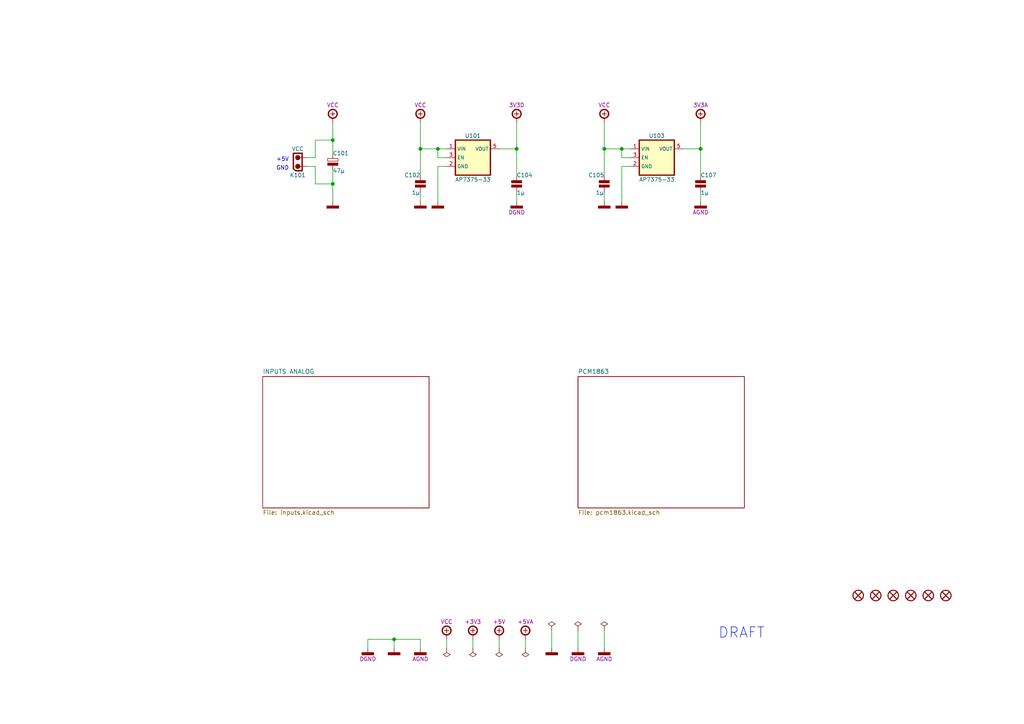
<source format=kicad_sch>
(kicad_sch (version 20230121) (generator eeschema)
  (paper "A4")
  (title_block (title "ROOT") (date "01/2023") (rev "A") (comment 1 "ADC PCM1863"))
  (lib_symbols
    (symbol "tronixio:CAPACITOR-1206-1U-10P-X7R" (pin_numbers hide) (pin_names (offset 0) hide)
      (property "Reference" "C" (at 1 2.54 0))
      (property "Value" "CAPACITOR-1206-1U-10P-X7R" (at 1 -2.54 0))
      (symbol "CAPACITOR-1206-1U-10P-X7R_0_1"
        (rectangle (start -1.524 -0.254) (end 1.524 -1.016) (stroke (width 0.001)) (fill (type outline)))
        (rectangle (start -1.524 1.016) (end 1.524 0.254) (stroke (width 0.001)) (fill (type outline)))
      )
      (symbol "CAPACITOR-1206-1U-10P-X7R_1_1"
        (pin passive line (at 0 2.54 270) (length 1.905) (name "~") (number "1"))
        (pin passive line (at 0 -2.54 90) (length 1.905) (name "~") (number "2"))
      )
    )
    (symbol "tronixio:DIODES-AP7375-33-SOT25" (pin_names (offset 0.5))
      (property "Reference" "U" (at 7.62 3.81 0))
      (property "Value" "DIODES-AP7375-33-SOT25" (at 7.62 -8.89 0))
      (symbol "DIODES-AP7375-33-SOT25_0_1"
        (rectangle (start 2.54 2.54) (end 12.7 -7.62) (stroke (width 0.4)) (fill (type background)))
      )
      (symbol "DIODES-AP7375-33-SOT25_1_1"
        (pin power_in line (at 0 0 0) (length 2.54) (name "VIN") (number "1"))
        (pin power_in line (at 0 -5.08 0) (length 2.54) (name "GND") (number "2"))
        (pin input line (at 0 -2.54 0) (length 2.54) (name "EN") (number "3"))
        (pin no_connect line (at 15.24 -5.08 180) (length 2.54) hide (name "NC") (number "4"))
        (pin power_out line (at 15.24 0 180) (length 2.54) (name "VOUT") (number "5"))
      )
    )
    (symbol "tronixio:MOLEX-MIGHTY-SPOX-02-VERTICAL" (pin_numbers hide) (pin_names (offset 0) hide)
      (property "Reference" "K" (at 0 2.54 0))
      (property "Value" "MOLEX-MIGHTY-SPOX-02-VERTICAL" (at 0 -5.08 0))
      (symbol "MOLEX-MIGHTY-SPOX-02-VERTICAL_0_1"
        (circle (center 0 -2.54) (radius 0.635) (stroke (width 0.2)) (fill (type outline)))
        (polyline (pts (xy -1.27 -3.81) (xy 1.27 -3.81) (xy 1.27 0.635) (xy 0.635 1.27) (xy -1.27 1.27) (xy -1.27 -3.81)) (stroke (width 0.4)))
        (circle (center 0 0) (radius 0.635) (stroke (width 0.2)) (fill (type outline)))
      )
      (symbol "MOLEX-MIGHTY-SPOX-02-VERTICAL_1_1"
        (pin passive line (at -2.54 0 0) (length 1.905) (name "1") (number "1"))
        (pin passive line (at -2.54 -2.54 0) (length 1.905) (name "2") (number "2"))
      )
    )
    (symbol "tronixio:MOUNTING-HOLE-3MM-MASK" (pin_numbers hide) (pin_names (offset 0) hide)
      (symbol "MOUNTING-HOLE-3MM-MASK_0_1"
        (polyline (pts (xy -1.016 -1.016) (xy 1.016 1.016)) (stroke (width 0.3)))
        (polyline (pts (xy 1.016 -1.016) (xy -1.016 1.016)) (stroke (width 0.3)))
        (circle (center 0 0) (radius 1.524) (stroke (width 0.3)))
      )
    )
    (symbol "tronixio:POWER-+3V3" (power) (pin_numbers hide) (pin_names (offset 0) hide)
      (property "Name" "+3V3" (at 0 5.08 0))
      (symbol "POWER-+3V3_0_1"
        (polyline (pts (xy -0.635 2.54) (xy 0.635 2.54)) (stroke (width 0.2)))
        (polyline (pts (xy 0 1.905) (xy 0 3.175)) (stroke (width 0.2)))
        (circle (center 0 2.54) (radius 1.27) (stroke (width 0.4)))
      )
      (symbol "POWER-+3V3_1_1"
        (pin power_in line (at 0 0 90) (length 1.27) (name "+3V3") (number "1"))
      )
    )
    (symbol "tronixio:POWER-+3V3A" (power) (pin_numbers hide) (pin_names (offset 0) hide)
      (property "Name" "3V3A" (at 0 5.08 0))
      (symbol "POWER-+3V3A_0_1"
        (polyline (pts (xy -0.635 2.54) (xy 0.635 2.54)) (stroke (width 0.2)))
        (polyline (pts (xy 0 1.905) (xy 0 3.175)) (stroke (width 0.2)))
        (circle (center 0 2.54) (radius 1.27) (stroke (width 0.4)))
      )
      (symbol "POWER-+3V3A_1_1"
        (pin power_in line (at 0 0 90) (length 1.27) (name "+3V3A") (number "1"))
      )
    )
    (symbol "tronixio:POWER-+3V3D" (power) (pin_numbers hide) (pin_names (offset 0) hide)
      (property "Name" "3V3D" (at 0 5.08 0))
      (symbol "POWER-+3V3D_0_1"
        (polyline (pts (xy -0.635 2.54) (xy 0.635 2.54)) (stroke (width 0.2)))
        (polyline (pts (xy 0 1.905) (xy 0 3.175)) (stroke (width 0.2)))
        (circle (center 0 2.54) (radius 1.27) (stroke (width 0.4)))
      )
      (symbol "POWER-+3V3D_1_1"
        (pin power_in line (at 0 0 90) (length 1.27) (name "+3V3D") (number "1"))
      )
    )
    (symbol "tronixio:POWER-+5V" (power) (pin_numbers hide) (pin_names (offset 0) hide)
      (property "Name" "+5V" (at 0 5.08 0))
      (symbol "POWER-+5V_0_1"
        (polyline (pts (xy -0.635 2.54) (xy 0.635 2.54)) (stroke (width 0.2)))
        (polyline (pts (xy 0 1.905) (xy 0 3.175)) (stroke (width 0.2)))
        (circle (center 0 2.54) (radius 1.27) (stroke (width 0.4)))
      )
      (symbol "POWER-+5V_1_1"
        (pin power_in line (at 0 0 90) (length 1.27) (name "+5V") (number "1"))
      )
    )
    (symbol "tronixio:POWER-+5VA" (power) (pin_numbers hide) (pin_names (offset 0) hide)
      (property "Name" "+5VA" (at 0 5.08 0))
      (symbol "POWER-+5VA_0_1"
        (polyline (pts (xy -0.635 2.54) (xy 0.635 2.54)) (stroke (width 0.2)))
        (polyline (pts (xy 0 1.905) (xy 0 3.175)) (stroke (width 0.2)))
        (circle (center 0 2.54) (radius 1.27) (stroke (width 0.4)))
      )
      (symbol "POWER-+5VA_1_1"
        (pin power_in line (at 0 0 90) (length 1.27) (name "+5VA") (number "1"))
      )
    )
    (symbol "tronixio:POWER-AGND" (power) (pin_numbers hide) (pin_names (offset 0) hide)
      (property "Name" "AGND" (at 0 -3.175 0))
      (symbol "POWER-AGND_0_1"
        (rectangle (start -1.778 -2.032) (end 1.778 -1.27) (stroke (width 0.001)) (fill (type outline)))
      )
      (symbol "POWER-AGND_1_1"
        (pin power_in line (at 0 0 270) (length 1.27) (name "AGND") (number "1"))
      )
    )
    (symbol "tronixio:POWER-DGND" (power) (pin_numbers hide) (pin_names (offset 0) hide)
      (property "Name" "DGND" (at 0 -3.175 0))
      (symbol "POWER-DGND_0_1"
        (rectangle (start -1.778 -2.032) (end 1.778 -1.27) (stroke (width 0.001)) (fill (type outline)))
      )
      (symbol "POWER-DGND_1_1"
        (pin power_in line (at 0 0 270) (length 1.27) (name "DGND") (number "1"))
      )
    )
    (symbol "tronixio:POWER-FLAG" (power) (pin_numbers hide) (pin_names (offset 0) hide)
      (symbol "POWER-FLAG_0_0"
        (pin power_out line (at 0 0 90) (length 0) (name "pwr") (number "1"))
      )
      (symbol "POWER-FLAG_0_1"
        (polyline (pts (xy 0 0) (xy 0 1.27) (xy -1.016 1.905) (xy 0 2.54) (xy 1.016 1.905) (xy 0 1.27)))
      )
    )
    (symbol "tronixio:POWER-GND" (power) (pin_numbers hide) (pin_names (offset 0) hide)
      (symbol "POWER-GND_0_1"
        (rectangle (start -1.778 -2.032) (end 1.778 -1.27) (stroke (width 0.001)) (fill (type outline)))
      )
      (symbol "POWER-GND_1_1"
        (pin power_in line (at 0 0 270) (length 1.27) (name "GND") (number "1"))
      )
    )
    (symbol "tronixio:POWER-VCC" (power) (pin_numbers hide) (pin_names (offset 0) hide)
      (property "Name" "VCC" (at 0 5.08 0))
      (symbol "POWER-VCC_0_1"
        (polyline (pts (xy -0.635 2.54) (xy 0.635 2.54)) (stroke (width 0.2)))
        (polyline (pts (xy 0 1.905) (xy 0 3.175)) (stroke (width 0.2)))
        (circle (center 0 2.54) (radius 1.27) (stroke (width 0.4)))
      )
      (symbol "POWER-VCC_1_1"
        (pin power_in line (at 0 0 90) (length 1.27) (name "VCC") (number "1"))
      )
    )
    (symbol "tronixio:WURTH-WCAP-AT1H-47U-35V" (pin_numbers hide) (pin_names (offset 0) hide)
      (property "Reference" "C" (at 1.27 2.54 0))
      (property "Value" "WURTH-WCAP-AT1H-47U-35V" (at 1.27 -2.54 0))
      (symbol "WURTH-WCAP-AT1H-47U-35V_0_1"
        (rectangle (start -1.524 -0.254) (end 1.524 -1.016) (stroke (width 0.001)) (fill (type outline)))
        (rectangle (start -1.524 1.016) (end 1.524 0.254) (stroke (width 0.1524)))
      )
      (symbol "WURTH-WCAP-AT1H-47U-35V_1_1"
        (pin passive line (at 0 2.54 270) (length 1.5) (name "~") (number "1"))
        (pin passive line (at 0 -2.54 90) (length 1.905) (name "~") (number "2"))
      )
    )
  )
  (junction (at 180.34 43.18))
  (junction (at 114.3 185.42))
  (junction (at 127 43.18))
  (junction (at 96.52 40.64))
  (junction (at 121.92 43.18))
  (junction (at 96.52 53.34))
  (junction (at 203.2 43.18))
  (junction (at 175.26 43.18))
  (junction (at 149.86 43.18))
  (wire (pts (xy 180.34 43.18) (xy 180.34 45.72)))
  (wire (pts (xy 88.9 48.26) (xy 91.44 48.26)))
  (wire (pts (xy 175.26 55.88) (xy 175.26 58.42)))
  (wire (pts (xy 121.92 43.18) (xy 121.92 50.8)))
  (wire (pts (xy 106.68 185.42) (xy 114.3 185.42)))
  (wire (pts (xy 96.52 53.34) (xy 96.52 49.53)))
  (wire (pts (xy 144.78 43.18) (xy 149.86 43.18)))
  (wire (pts (xy 203.2 43.18) (xy 203.2 50.8)))
  (wire (pts (xy 91.44 40.64) (xy 91.44 45.72)))
  (wire (pts (xy 106.68 185.42) (xy 106.68 187.96)))
  (wire (pts (xy 121.92 185.42) (xy 121.92 187.96)))
  (wire (pts (xy 175.26 35.56) (xy 175.26 43.18)))
  (wire (pts (xy 180.34 43.18) (xy 182.88 43.18)))
  (wire (pts (xy 182.88 48.26) (xy 180.34 48.26)))
  (wire (pts (xy 121.92 35.56) (xy 121.92 43.18)))
  (wire (pts (xy 149.86 58.42) (xy 149.86 55.88)))
  (wire (pts (xy 91.44 40.64) (xy 96.52 40.64)))
  (wire (pts (xy 96.52 40.64) (xy 96.52 44.45)))
  (wire (pts (xy 96.52 58.42) (xy 96.52 53.34)))
  (wire (pts (xy 129.54 48.26) (xy 127 48.26)))
  (wire (pts (xy 160.02 182.88) (xy 160.02 187.96)))
  (wire (pts (xy 91.44 48.26) (xy 91.44 53.34)))
  (wire (pts (xy 114.3 185.42) (xy 114.3 187.96)))
  (wire (pts (xy 149.86 43.18) (xy 149.86 50.8)))
  (wire (pts (xy 144.78 185.42) (xy 144.78 187.96)))
  (wire (pts (xy 127 43.18) (xy 127 45.72)))
  (wire (pts (xy 121.92 55.88) (xy 121.92 58.42)))
  (wire (pts (xy 180.34 48.26) (xy 180.34 58.42)))
  (wire (pts (xy 203.2 58.42) (xy 203.2 55.88)))
  (wire (pts (xy 203.2 35.56) (xy 203.2 43.18)))
  (wire (pts (xy 152.4 185.42) (xy 152.4 187.96)))
  (wire (pts (xy 182.88 45.72) (xy 180.34 45.72)))
  (wire (pts (xy 127 48.26) (xy 127 58.42)))
  (wire (pts (xy 129.54 45.72) (xy 127 45.72)))
  (wire (pts (xy 129.54 187.96) (xy 129.54 185.42)))
  (wire (pts (xy 149.86 35.56) (xy 149.86 43.18)))
  (wire (pts (xy 198.12 43.18) (xy 203.2 43.18)))
  (wire (pts (xy 114.3 185.42) (xy 121.92 185.42)))
  (wire (pts (xy 88.9 45.72) (xy 91.44 45.72)))
  (wire (pts (xy 175.26 182.88) (xy 175.26 187.96)))
  (wire (pts (xy 175.26 43.18) (xy 180.34 43.18)))
  (wire (pts (xy 137.16 185.42) (xy 137.16 187.96)))
  (wire (pts (xy 96.52 35.56) (xy 96.52 40.64)))
  (wire (pts (xy 167.64 182.88) (xy 167.64 187.96)))
  (wire (pts (xy 91.44 53.34) (xy 96.52 53.34)))
  (wire (pts (xy 127 43.18) (xy 129.54 43.18)))
  (wire (pts (xy 121.92 43.18) (xy 127 43.18)))
  (wire (pts (xy 175.26 43.18) (xy 175.26 50.8)))
  (text "GND" (at 83.82 49.53 0) (effects (font (size 1.15 1.15)) (justify right bottom)))
  (text "DRAFT" (at 208.28 185.42 0) (effects (font (size 3 3)) (justify left bottom)))
  (text "+5V" (at 83.82 46.99 0) (effects (font (size 1.15 1.15)) (justify right bottom)))
  (symbol (lib_id "tronixio:POWER-GND") (at 127 58.42 0) (unit 1)
    (property "Reference" "#PWR0108" (effects hide))
    (property "Value" "POWER-GND" (effects hide))
  )
  (symbol (lib_id "tronixio:POWER-+3V3D") (at 149.86 35.56 0) (unit 1)
    (property "Reference" "#PWR0115" (effects hide))
    (property "Value" "POWER-+3V3D" (effects hide))
    (property "Name" "3V3D" (at 149.86 30.48 0) (effects (font (size 1.15 1.15))))
  )
  (symbol (lib_id "tronixio:POWER-+5V") (at 144.78 185.42 0) (unit 1)
    (property "Reference" "#PWR0114" (effects hide))
    (property "Value" "POWER-+5V" (effects hide))
    (property "Name" "+5V" (at 144.78 180.34 0) (effects (font (size 1.15 1.15))))
  )
  (symbol (lib_id "tronixio:POWER-VCC") (at 121.92 35.56 0) (unit 1)
    (property "Reference" "#PWR0105" (effects hide))
    (property "Value" "POWER-VCC" (effects hide))
    (property "Name" "VCC" (at 121.92 30.48 0) (effects (font (size 1.15 1.15))))
  )
  (symbol (lib_id "tronixio:POWER-GND") (at 114.3 187.96 0) (unit 1)
    (property "Reference" "#PWR0104" (effects hide))
    (property "Value" "POWER-GND" (effects hide))
  )
  (symbol (lib_id "tronixio:POWER-AGND") (at 203.2 58.42 0) (unit 1)
    (property "Reference" "#PWR0129" (effects hide))
    (property "Value" "POWER-AGND" (effects hide))
    (property "Name" "AGND" (at 203.2 61.595 0) (effects (font (size 1.15 1.15))))
  )
  (symbol (lib_id "tronixio:MOUNTING-HOLE-3MM-MASK") (at 254 172.72 0) (unit 1)
    (property "Reference" "H102" (effects hide))
    (property "Value" "MOUNTING-HOLE-3MM-MASK" (effects hide))
    (property "Footprint" "tronixio:MOUNTING-HOLE-3MM-MASK" (effects hide))
  )
  (symbol (lib_id "tronixio:WURTH-WCAP-AT1H-47U-35V") (at 96.52 46.99 0) (unit 1)
    (property "Reference" "C101" (at 96.52 44.45 0) (effects (font (size 1.15 1.15)) (justify left)))
    (property "Value" "47µ" (at 96.52 49.53 0) (effects (font (size 1.15 1.15)) (justify left)))
    (property "Footprint" "tronixio:CAPACITOR-ELECTROLYTIC-RADIAL-080-115-035-WURTH" (effects hide))
    (property "Datasheet" "https://www.we-online.com/catalog/datasheet/860240574004.pdf" (effects hide))
    (property "Tolerance" "20%" (effects hide))
    (property "Mouser" "710-860240574004" (effects hide))
    (property "Voltage" "35V" (effects hide))
    (property "Life" "5000H" (effects hide))
  )
  (symbol (lib_id "tronixio:POWER-FLAG") (at 129.54 187.96 180) (unit 1)
    (property "Reference" "#FLG0101" (effects hide))
    (property "Value" "POWER-FLAG" (effects hide))
  )
  (symbol (lib_id "tronixio:POWER-VCC") (at 129.54 185.42 0) (unit 1)
    (property "Reference" "#PWR0109" (effects hide))
    (property "Value" "POWER-VCC" (effects hide))
    (property "Name" "VCC" (at 129.54 180.34 0) (effects (font (size 1.15 1.15))))
  )
  (symbol (lib_id "tronixio:MOLEX-MIGHTY-SPOX-02-VERTICAL") (at 86.36 48.26 180) (unit 1)
    (property "Reference" "K101" (at 86.36 50.8 0) (effects (font (size 1.15 1.15))))
    (property "Value" "VCC" (at 86.36 43.18 0) (effects (font (size 1.15 1.15))))
    (property "Footprint" "tronixio:MOLEX-532580229" (effects hide))
    (property "Datasheet" "https://www.molex.com/pdm_docs/sd/532580229_sd.pdf" (effects hide))
    (property "Mouser" "538-53258-0229" (effects hide))
    (property "Name" "MOLEX-MIGHTY-SPOX-02-VERTICAL" (effects hide))
  )
  (symbol (lib_id "tronixio:POWER-DGND") (at 167.64 187.96 0) (unit 1)
    (property "Reference" "#PWR0121" (effects hide))
    (property "Value" "POWER-DGND" (effects hide))
    (property "Name" "DGND" (at 167.64 191.135 0) (effects (font (size 1.15 1.15))))
  )
  (symbol (lib_id "tronixio:CAPACITOR-1206-1U-10P-X7R") (at 121.92 53.34 0) (unit 1)
    (property "Reference" "C102" (at 121.92 50.8 0) (effects (font (size 1.15 1.15)) (justify right)))
    (property "Value" "1µ" (at 121.92 55.88 0) (effects (font (size 1.15 1.15)) (justify right)))
    (property "Footprint" "tronixio:CAPACITOR-SMD-1206" (effects hide))
    (property "Voltage" "50V" (effects hide))
    (property "Tolerance" "10%" (effects hide))
    (property "Mouser" "80-C1206C105K5R" (effects hide))
  )
  (symbol (lib_id "tronixio:POWER-FLAG") (at 175.26 182.88 0) (unit 1)
    (property "Reference" "#FLG0107" (effects hide))
    (property "Value" "POWER-FLAG" (effects hide))
  )
  (symbol (lib_id "tronixio:POWER-AGND") (at 121.92 187.96 0) (unit 1)
    (property "Reference" "#PWR0107" (effects hide))
    (property "Value" "POWER-AGND" (effects hide))
    (property "Name" "AGND" (at 121.92 191.135 0) (effects (font (size 1.15 1.15))))
  )
  (symbol (lib_id "tronixio:POWER-FLAG") (at 152.4 187.96 180) (unit 1)
    (property "Reference" "#FLG0104" (effects hide))
    (property "Value" "POWER-FLAG" (effects hide))
  )
  (symbol (lib_id "tronixio:POWER-GND") (at 121.92 58.42 0) (unit 1)
    (property "Reference" "#PWR0106" (effects hide))
    (property "Value" "POWER-GND" (effects hide))
  )
  (symbol (lib_id "tronixio:POWER-DGND") (at 149.86 58.42 0) (unit 1)
    (property "Reference" "#PWR0116" (effects hide))
    (property "Value" "POWER-DGND" (effects hide))
    (property "Name" "DGND" (at 149.86 61.595 0) (effects (font (size 1.15 1.15))))
  )
  (symbol (lib_id "tronixio:POWER-GND") (at 160.02 187.96 0) (unit 1)
    (property "Reference" "#PWR0118" (effects hide))
    (property "Value" "POWER-GND" (effects hide))
  )
  (symbol (lib_id "tronixio:CAPACITOR-1206-1U-10P-X7R") (at 175.26 53.34 0) (unit 1)
    (property "Reference" "C105" (at 175.26 50.8 0) (effects (font (size 1.15 1.15)) (justify right)))
    (property "Value" "1µ" (at 175.26 55.88 0) (effects (font (size 1.15 1.15)) (justify right)))
    (property "Footprint" "tronixio:CAPACITOR-SMD-1206" (effects hide))
    (property "Voltage" "50V" (effects hide))
    (property "Tolerance" "10%" (effects hide))
    (property "Mouser" "80-C1206C105K5R" (effects hide))
  )
  (symbol (lib_id "tronixio:POWER-FLAG") (at 160.02 182.88 0) (unit 1)
    (property "Reference" "#FLG0105" (effects hide))
    (property "Value" "POWER-FLAG" (effects hide))
  )
  (symbol (lib_id "tronixio:MOUNTING-HOLE-3MM-MASK") (at 274.32 172.72 0) (unit 1)
    (property "Reference" "H106" (effects hide))
    (property "Value" "MOUNTING-HOLE-3MM-MASK" (effects hide))
    (property "Footprint" "tronixio:MOUNTING-HOLE-3MM-MASK" (effects hide))
  )
  (symbol (lib_id "tronixio:CAPACITOR-1206-1U-10P-X7R") (at 149.86 53.34 0) (unit 1)
    (property "Reference" "C104" (at 149.86 50.8 0) (effects (font (size 1.15 1.15)) (justify left)))
    (property "Value" "1µ" (at 149.86 55.88 0) (effects (font (size 1.15 1.15)) (justify left)))
    (property "Footprint" "tronixio:CAPACITOR-SMD-1206" (effects hide))
    (property "Voltage" "50V" (effects hide))
    (property "Tolerance" "10%" (effects hide))
    (property "Mouser" "80-C1206C105K5R" (effects hide))
  )
  (symbol (lib_id "tronixio:MOUNTING-HOLE-3MM-MASK") (at 248.92 172.72 0) (unit 1)
    (property "Reference" "H101" (effects hide))
    (property "Value" "MOUNTING-HOLE-3MM-MASK" (effects hide))
    (property "Footprint" "tronixio:MOUNTING-HOLE-3MM-MASK" (effects hide))
  )
  (symbol (lib_id "tronixio:POWER-VCC") (at 175.26 35.56 0) (unit 1)
    (property "Reference" "#PWR0122" (effects hide))
    (property "Value" "POWER-VCC" (effects hide))
    (property "Name" "VCC" (at 175.26 30.48 0) (effects (font (size 1.15 1.15))))
  )
  (symbol (lib_id "tronixio:MOUNTING-HOLE-3MM-MASK") (at 259.08 172.72 0) (unit 1)
    (property "Reference" "H103" (effects hide))
    (property "Value" "MOUNTING-HOLE-3MM-MASK" (effects hide))
    (property "Footprint" "tronixio:MOUNTING-HOLE-3MM-MASK" (effects hide))
  )
  (symbol (lib_id "tronixio:POWER-+3V3A") (at 203.2 35.56 0) (unit 1)
    (property "Reference" "#PWR0128" (effects hide))
    (property "Value" "POWER-+3V3D" (effects hide))
    (property "Name" "3V3A" (at 203.2 30.48 0) (effects (font (size 1.15 1.15))))
  )
  (symbol (lib_id "tronixio:POWER-GND") (at 96.52 58.42 0) (unit 1)
    (property "Reference" "#PWR0102" (effects hide))
    (property "Value" "POWER-GND" (effects hide))
  )
  (symbol (lib_id "tronixio:POWER-VCC") (at 96.52 35.56 0) (unit 1)
    (property "Reference" "#PWR0101" (effects hide))
    (property "Value" "POWER-VCC" (effects hide))
    (property "Name" "VCC" (at 96.52 30.48 0) (effects (font (size 1.15 1.15))))
  )
  (symbol (lib_id "tronixio:MOUNTING-HOLE-3MM-MASK") (at 264.16 172.72 0) (unit 1)
    (property "Reference" "H104" (effects hide))
    (property "Value" "MOUNTING-HOLE-3MM-MASK" (effects hide))
    (property "Footprint" "tronixio:MOUNTING-HOLE-3MM-MASK" (effects hide))
  )
  (symbol (lib_id "tronixio:POWER-FLAG") (at 167.64 182.88 0) (unit 1)
    (property "Reference" "#FLG0106" (effects hide))
    (property "Value" "POWER-FLAG" (effects hide))
  )
  (symbol (lib_id "tronixio:CAPACITOR-1206-1U-10P-X7R") (at 203.2 53.34 0) (unit 1)
    (property "Reference" "C107" (at 203.2 50.8 0) (effects (font (size 1.15 1.15)) (justify left)))
    (property "Value" "1µ" (at 203.2 55.88 0) (effects (font (size 1.15 1.15)) (justify left)))
    (property "Footprint" "tronixio:CAPACITOR-SMD-1206" (effects hide))
    (property "Voltage" "50V" (effects hide))
    (property "Tolerance" "10%" (effects hide))
    (property "Mouser" "80-C1206C105K5R" (effects hide))
  )
  (symbol (lib_id "tronixio:MOUNTING-HOLE-3MM-MASK") (at 269.24 172.72 0) (unit 1)
    (property "Reference" "H105" (effects hide))
    (property "Value" "MOUNTING-HOLE-3MM-MASK" (effects hide))
    (property "Footprint" "tronixio:MOUNTING-HOLE-3MM-MASK" (effects hide))
  )
  (symbol (lib_id "tronixio:POWER-DGND") (at 106.68 187.96 0) (unit 1)
    (property "Reference" "#PWR0103" (effects hide))
    (property "Value" "POWER-DGND" (effects hide))
    (property "Name" "DGND" (at 106.68 191.135 0) (effects (font (size 1.15 1.15))))
  )
  (symbol (lib_id "tronixio:POWER-GND") (at 180.34 58.42 0) (unit 1)
    (property "Reference" "#PWR0125" (effects hide))
    (property "Value" "POWER-GND" (effects hide))
  )
  (symbol (lib_id "tronixio:POWER-FLAG") (at 144.78 187.96 180) (unit 1)
    (property "Reference" "#FLG0103" (effects hide))
    (property "Value" "POWER-FLAG" (effects hide))
  )
  (symbol (lib_id "tronixio:POWER-+5VA") (at 152.4 185.42 0) (unit 1)
    (property "Reference" "#PWR0117" (effects hide))
    (property "Value" "POWER-VCC-1" (effects hide))
    (property "Name" "+5VA" (at 152.4 180.34 0) (effects (font (size 1.15 1.15))))
  )
  (symbol (lib_id "tronixio:DIODES-AP7375-33-SOT25") (at 182.88 43.18 0) (unit 1)
    (property "Reference" "U103" (at 190.5 39.37 0) (effects (font (size 1.15 1.15))))
    (property "Value" "AP7375-33" (at 190.5 52.07 0) (effects (font (size 1.15 1.15))))
    (property "Footprint" "tronixio:SOT25" (effects hide))
    (property "Datasheet" "https://www.diodes.com/assets/Datasheets/AP7375.pdf" (effects hide))
    (property "Mouser" "621-AP7375-33W5-7" (effects hide))
  )
  (symbol (lib_id "tronixio:POWER-FLAG") (at 137.16 187.96 180) (unit 1)
    (property "Reference" "#FLG0102" (effects hide))
    (property "Value" "POWER-FLAG" (effects hide))
  )
  (symbol (lib_id "tronixio:POWER-GND") (at 175.26 58.42 0) (unit 1)
    (property "Reference" "#PWR0123" (effects hide))
    (property "Value" "POWER-GND" (effects hide))
  )
  (symbol (lib_id "tronixio:POWER-+3V3") (at 137.16 185.42 0) (unit 1)
    (property "Reference" "#PWR0112" (effects hide))
    (property "Value" "POWER-+3V3" (effects hide))
    (property "Name" "+3V3" (at 137.16 180.34 0) (effects (font (size 1.15 1.15))))
  )
  (symbol (lib_id "tronixio:POWER-AGND") (at 175.26 187.96 0) (unit 1)
    (property "Reference" "#PWR0124" (effects hide))
    (property "Value" "POWER-AGND" (effects hide))
    (property "Name" "AGND" (at 175.26 191.135 0) (effects (font (size 1.15 1.15))))
  )
  (symbol (lib_id "tronixio:DIODES-AP7375-33-SOT25") (at 129.54 43.18 0) (unit 1)
    (property "Reference" "U101" (at 137.16 39.37 0) (effects (font (size 1.15 1.15))))
    (property "Value" "AP7375-33" (at 137.16 52.07 0) (effects (font (size 1.15 1.15))))
    (property "Footprint" "tronixio:SOT25" (effects hide))
    (property "Datasheet" "https://www.diodes.com/assets/Datasheets/AP7375.pdf" (effects hide))
    (property "Mouser" "621-AP7375-33W5-7" (effects hide))
  )
  (sheet (at 76.2 109.22) (size 48.26 38.1) (stroke (width 0.1524))
    (property "Sheetname" "INPUTS ANALOG" (at 76.2 108.5084 0) (effects (justify left bottom)))
    (property "Sheetfile" "inputs.kicad_sch" (at 76.2 147.9046 0) (effects (justify left top)))
  )
  (sheet (at 167.64 109.22) (size 48.26 38.1) (stroke (width 0.1524))
    (property "Sheetname" "PCM1863" (at 167.64 108.5084 0) (effects (justify left bottom)))
    (property "Sheetfile" "pcm1863.kicad_sch" (at 167.64 147.9046 0) (effects (justify left top)))
  )
)
</source>
